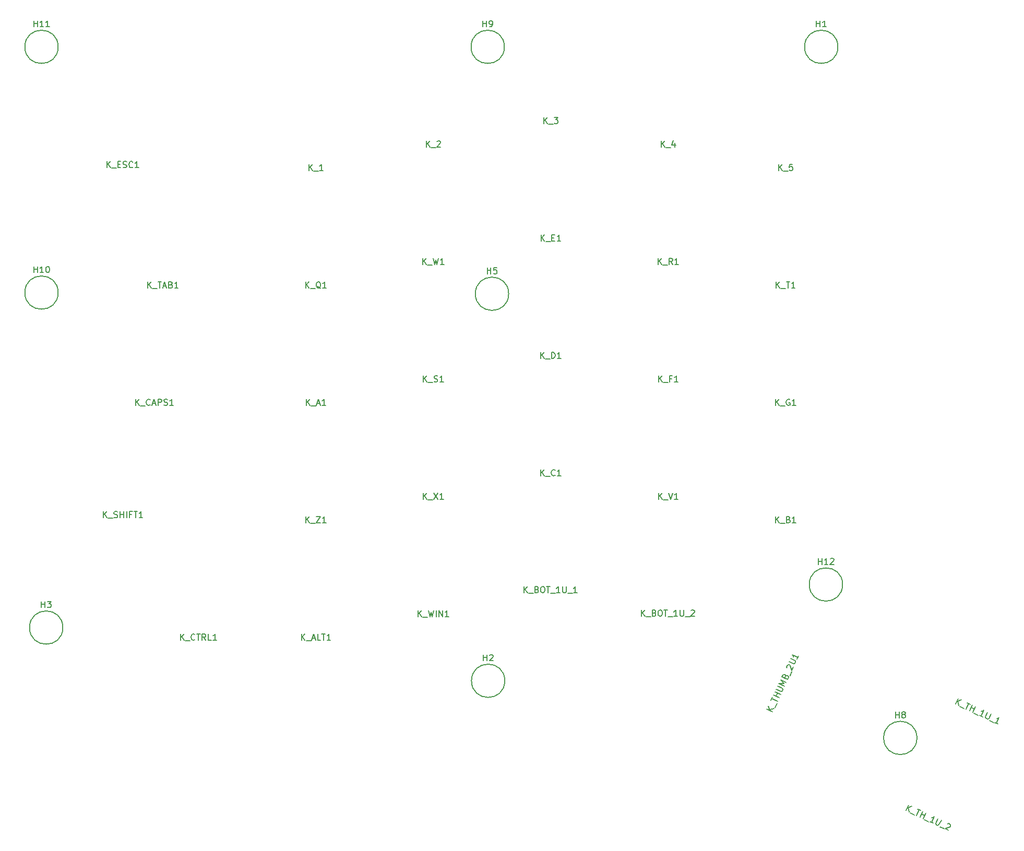
<source format=gbr>
G04 #@! TF.GenerationSoftware,KiCad,Pcbnew,(5.1.5)-3*
G04 #@! TF.CreationDate,2020-01-18T12:47:07+05:30*
G04 #@! TF.ProjectId,ergocape,6572676f-6361-4706-952e-6b696361645f,rev?*
G04 #@! TF.SameCoordinates,Original*
G04 #@! TF.FileFunction,Other,Comment*
%FSLAX46Y46*%
G04 Gerber Fmt 4.6, Leading zero omitted, Abs format (unit mm)*
G04 Created by KiCad (PCBNEW (5.1.5)-3) date 2020-01-18 12:47:07*
%MOMM*%
%LPD*%
G04 APERTURE LIST*
%ADD10C,0.150000*%
G04 APERTURE END LIST*
D10*
X170086000Y-107823000D02*
G75*
G03X170086000Y-107823000I-2700000J0D01*
G01*
X42832000Y-20574000D02*
G75*
G03X42832000Y-20574000I-2700000J0D01*
G01*
X42832000Y-60452000D02*
G75*
G03X42832000Y-60452000I-2700000J0D01*
G01*
X115222000Y-20574000D02*
G75*
G03X115222000Y-20574000I-2700000J0D01*
G01*
X182151000Y-132715000D02*
G75*
G03X182151000Y-132715000I-2700000J0D01*
G01*
X115920000Y-60642500D02*
G75*
G03X115920000Y-60642500I-2700000J0D01*
G01*
X43594000Y-114808000D02*
G75*
G03X43594000Y-114808000I-2700000J0D01*
G01*
X115286000Y-123444000D02*
G75*
G03X115286000Y-123444000I-2700000J0D01*
G01*
X169324000Y-20574000D02*
G75*
G03X169324000Y-20574000I-2700000J0D01*
G01*
X50742957Y-40178149D02*
X50742957Y-39178149D01*
X51314386Y-40178149D02*
X50885815Y-39606721D01*
X51314386Y-39178149D02*
X50742957Y-39749578D01*
X51504862Y-40273388D02*
X52266767Y-40273388D01*
X52504862Y-39654340D02*
X52838196Y-39654340D01*
X52981053Y-40178149D02*
X52504862Y-40178149D01*
X52504862Y-39178149D01*
X52981053Y-39178149D01*
X53362005Y-40130530D02*
X53504862Y-40178149D01*
X53742957Y-40178149D01*
X53838196Y-40130530D01*
X53885815Y-40082911D01*
X53933434Y-39987673D01*
X53933434Y-39892435D01*
X53885815Y-39797197D01*
X53838196Y-39749578D01*
X53742957Y-39701959D01*
X53552481Y-39654340D01*
X53457243Y-39606721D01*
X53409624Y-39559102D01*
X53362005Y-39463864D01*
X53362005Y-39368626D01*
X53409624Y-39273388D01*
X53457243Y-39225769D01*
X53552481Y-39178149D01*
X53790577Y-39178149D01*
X53933434Y-39225769D01*
X54933434Y-40082911D02*
X54885815Y-40130530D01*
X54742957Y-40178149D01*
X54647719Y-40178149D01*
X54504862Y-40130530D01*
X54409624Y-40035292D01*
X54362005Y-39940054D01*
X54314386Y-39749578D01*
X54314386Y-39606721D01*
X54362005Y-39416245D01*
X54409624Y-39321007D01*
X54504862Y-39225769D01*
X54647719Y-39178149D01*
X54742957Y-39178149D01*
X54885815Y-39225769D01*
X54933434Y-39273388D01*
X55885815Y-40178149D02*
X55314386Y-40178149D01*
X55600100Y-40178149D02*
X55600100Y-39178149D01*
X55504862Y-39321007D01*
X55409624Y-39416245D01*
X55314386Y-39463864D01*
X166147904Y-104575380D02*
X166147904Y-103575380D01*
X166147904Y-104051571D02*
X166719333Y-104051571D01*
X166719333Y-104575380D02*
X166719333Y-103575380D01*
X167719333Y-104575380D02*
X167147904Y-104575380D01*
X167433619Y-104575380D02*
X167433619Y-103575380D01*
X167338380Y-103718238D01*
X167243142Y-103813476D01*
X167147904Y-103861095D01*
X168100285Y-103670619D02*
X168147904Y-103623000D01*
X168243142Y-103575380D01*
X168481238Y-103575380D01*
X168576476Y-103623000D01*
X168624095Y-103670619D01*
X168671714Y-103765857D01*
X168671714Y-103861095D01*
X168624095Y-104003952D01*
X168052666Y-104575380D01*
X168671714Y-104575380D01*
X38893904Y-17326380D02*
X38893904Y-16326380D01*
X38893904Y-16802571D02*
X39465333Y-16802571D01*
X39465333Y-17326380D02*
X39465333Y-16326380D01*
X40465333Y-17326380D02*
X39893904Y-17326380D01*
X40179619Y-17326380D02*
X40179619Y-16326380D01*
X40084380Y-16469238D01*
X39989142Y-16564476D01*
X39893904Y-16612095D01*
X41417714Y-17326380D02*
X40846285Y-17326380D01*
X41132000Y-17326380D02*
X41132000Y-16326380D01*
X41036761Y-16469238D01*
X40941523Y-16564476D01*
X40846285Y-16612095D01*
X38893904Y-57204380D02*
X38893904Y-56204380D01*
X38893904Y-56680571D02*
X39465333Y-56680571D01*
X39465333Y-57204380D02*
X39465333Y-56204380D01*
X40465333Y-57204380D02*
X39893904Y-57204380D01*
X40179619Y-57204380D02*
X40179619Y-56204380D01*
X40084380Y-56347238D01*
X39989142Y-56442476D01*
X39893904Y-56490095D01*
X41084380Y-56204380D02*
X41179619Y-56204380D01*
X41274857Y-56252000D01*
X41322476Y-56299619D01*
X41370095Y-56394857D01*
X41417714Y-56585333D01*
X41417714Y-56823428D01*
X41370095Y-57013904D01*
X41322476Y-57109142D01*
X41274857Y-57156761D01*
X41179619Y-57204380D01*
X41084380Y-57204380D01*
X40989142Y-57156761D01*
X40941523Y-57109142D01*
X40893904Y-57013904D01*
X40846285Y-56823428D01*
X40846285Y-56585333D01*
X40893904Y-56394857D01*
X40941523Y-56299619D01*
X40989142Y-56252000D01*
X41084380Y-56204380D01*
X111760095Y-17326380D02*
X111760095Y-16326380D01*
X111760095Y-16802571D02*
X112331523Y-16802571D01*
X112331523Y-17326380D02*
X112331523Y-16326380D01*
X112855333Y-17326380D02*
X113045809Y-17326380D01*
X113141047Y-17278761D01*
X113188666Y-17231142D01*
X113283904Y-17088285D01*
X113331523Y-16897809D01*
X113331523Y-16516857D01*
X113283904Y-16421619D01*
X113236285Y-16374000D01*
X113141047Y-16326380D01*
X112950571Y-16326380D01*
X112855333Y-16374000D01*
X112807714Y-16421619D01*
X112760095Y-16516857D01*
X112760095Y-16754952D01*
X112807714Y-16850190D01*
X112855333Y-16897809D01*
X112950571Y-16945428D01*
X113141047Y-16945428D01*
X113236285Y-16897809D01*
X113283904Y-16850190D01*
X113331523Y-16754952D01*
X178689095Y-129467380D02*
X178689095Y-128467380D01*
X178689095Y-128943571D02*
X179260523Y-128943571D01*
X179260523Y-129467380D02*
X179260523Y-128467380D01*
X179879571Y-128895952D02*
X179784333Y-128848333D01*
X179736714Y-128800714D01*
X179689095Y-128705476D01*
X179689095Y-128657857D01*
X179736714Y-128562619D01*
X179784333Y-128515000D01*
X179879571Y-128467380D01*
X180070047Y-128467380D01*
X180165285Y-128515000D01*
X180212904Y-128562619D01*
X180260523Y-128657857D01*
X180260523Y-128705476D01*
X180212904Y-128800714D01*
X180165285Y-128848333D01*
X180070047Y-128895952D01*
X179879571Y-128895952D01*
X179784333Y-128943571D01*
X179736714Y-128991190D01*
X179689095Y-129086428D01*
X179689095Y-129276904D01*
X179736714Y-129372142D01*
X179784333Y-129419761D01*
X179879571Y-129467380D01*
X180070047Y-129467380D01*
X180165285Y-129419761D01*
X180212904Y-129372142D01*
X180260523Y-129276904D01*
X180260523Y-129086428D01*
X180212904Y-128991190D01*
X180165285Y-128943571D01*
X180070047Y-128895952D01*
X112458095Y-57394880D02*
X112458095Y-56394880D01*
X112458095Y-56871071D02*
X113029523Y-56871071D01*
X113029523Y-57394880D02*
X113029523Y-56394880D01*
X113981904Y-56394880D02*
X113505714Y-56394880D01*
X113458095Y-56871071D01*
X113505714Y-56823452D01*
X113600952Y-56775833D01*
X113839047Y-56775833D01*
X113934285Y-56823452D01*
X113981904Y-56871071D01*
X114029523Y-56966309D01*
X114029523Y-57204404D01*
X113981904Y-57299642D01*
X113934285Y-57347261D01*
X113839047Y-57394880D01*
X113600952Y-57394880D01*
X113505714Y-57347261D01*
X113458095Y-57299642D01*
X40132095Y-111560380D02*
X40132095Y-110560380D01*
X40132095Y-111036571D02*
X40703523Y-111036571D01*
X40703523Y-111560380D02*
X40703523Y-110560380D01*
X41084476Y-110560380D02*
X41703523Y-110560380D01*
X41370190Y-110941333D01*
X41513047Y-110941333D01*
X41608285Y-110988952D01*
X41655904Y-111036571D01*
X41703523Y-111131809D01*
X41703523Y-111369904D01*
X41655904Y-111465142D01*
X41608285Y-111512761D01*
X41513047Y-111560380D01*
X41227333Y-111560380D01*
X41132095Y-111512761D01*
X41084476Y-111465142D01*
X111824095Y-120196380D02*
X111824095Y-119196380D01*
X111824095Y-119672571D02*
X112395523Y-119672571D01*
X112395523Y-120196380D02*
X112395523Y-119196380D01*
X112824095Y-119291619D02*
X112871714Y-119244000D01*
X112966952Y-119196380D01*
X113205047Y-119196380D01*
X113300285Y-119244000D01*
X113347904Y-119291619D01*
X113395523Y-119386857D01*
X113395523Y-119482095D01*
X113347904Y-119624952D01*
X112776476Y-120196380D01*
X113395523Y-120196380D01*
X165862095Y-17326380D02*
X165862095Y-16326380D01*
X165862095Y-16802571D02*
X166433523Y-16802571D01*
X166433523Y-17326380D02*
X166433523Y-16326380D01*
X167433523Y-17326380D02*
X166862095Y-17326380D01*
X167147809Y-17326380D02*
X167147809Y-16326380D01*
X167052571Y-16469238D01*
X166957333Y-16564476D01*
X166862095Y-16612095D01*
X83518452Y-40639880D02*
X83518452Y-39639880D01*
X84089880Y-40639880D02*
X83661309Y-40068452D01*
X84089880Y-39639880D02*
X83518452Y-40211309D01*
X84280357Y-40735119D02*
X85042261Y-40735119D01*
X85804166Y-40639880D02*
X85232738Y-40639880D01*
X85518452Y-40639880D02*
X85518452Y-39639880D01*
X85423214Y-39782738D01*
X85327976Y-39877976D01*
X85232738Y-39925595D01*
X102568952Y-36829880D02*
X102568952Y-35829880D01*
X103140380Y-36829880D02*
X102711809Y-36258452D01*
X103140380Y-35829880D02*
X102568952Y-36401309D01*
X103330857Y-36925119D02*
X104092761Y-36925119D01*
X104283238Y-35925119D02*
X104330857Y-35877500D01*
X104426095Y-35829880D01*
X104664190Y-35829880D01*
X104759428Y-35877500D01*
X104807047Y-35925119D01*
X104854666Y-36020357D01*
X104854666Y-36115595D01*
X104807047Y-36258452D01*
X104235619Y-36829880D01*
X104854666Y-36829880D01*
X121618952Y-33019880D02*
X121618952Y-32019880D01*
X122190380Y-33019880D02*
X121761809Y-32448452D01*
X122190380Y-32019880D02*
X121618952Y-32591309D01*
X122380857Y-33115119D02*
X123142761Y-33115119D01*
X123285619Y-32019880D02*
X123904666Y-32019880D01*
X123571333Y-32400833D01*
X123714190Y-32400833D01*
X123809428Y-32448452D01*
X123857047Y-32496071D01*
X123904666Y-32591309D01*
X123904666Y-32829404D01*
X123857047Y-32924642D01*
X123809428Y-32972261D01*
X123714190Y-33019880D01*
X123428476Y-33019880D01*
X123333238Y-32972261D01*
X123285619Y-32924642D01*
X140668952Y-36829880D02*
X140668952Y-35829880D01*
X141240380Y-36829880D02*
X140811809Y-36258452D01*
X141240380Y-35829880D02*
X140668952Y-36401309D01*
X141430857Y-36925119D02*
X142192761Y-36925119D01*
X142859428Y-36163214D02*
X142859428Y-36829880D01*
X142621333Y-35782261D02*
X142383238Y-36496547D01*
X143002285Y-36496547D01*
X159718952Y-40639880D02*
X159718952Y-39639880D01*
X160290380Y-40639880D02*
X159861809Y-40068452D01*
X160290380Y-39639880D02*
X159718952Y-40211309D01*
X160480857Y-40735119D02*
X161242761Y-40735119D01*
X161957047Y-39639880D02*
X161480857Y-39639880D01*
X161433238Y-40116071D01*
X161480857Y-40068452D01*
X161576095Y-40020833D01*
X161814190Y-40020833D01*
X161909428Y-40068452D01*
X161957047Y-40116071D01*
X162004666Y-40211309D01*
X162004666Y-40449404D01*
X161957047Y-40544642D01*
X161909428Y-40592261D01*
X161814190Y-40639880D01*
X161576095Y-40639880D01*
X161480857Y-40592261D01*
X161433238Y-40544642D01*
X83089880Y-78739880D02*
X83089880Y-77739880D01*
X83661309Y-78739880D02*
X83232738Y-78168452D01*
X83661309Y-77739880D02*
X83089880Y-78311309D01*
X83851785Y-78835119D02*
X84613690Y-78835119D01*
X84804166Y-78454166D02*
X85280357Y-78454166D01*
X84708928Y-78739880D02*
X85042261Y-77739880D01*
X85375595Y-78739880D01*
X86232738Y-78739880D02*
X85661309Y-78739880D01*
X85947023Y-78739880D02*
X85947023Y-77739880D01*
X85851785Y-77882738D01*
X85756547Y-77977976D01*
X85661309Y-78025595D01*
X82304166Y-116840380D02*
X82304166Y-115840380D01*
X82875595Y-116840380D02*
X82447023Y-116268952D01*
X82875595Y-115840380D02*
X82304166Y-116411809D01*
X83066071Y-116935619D02*
X83827976Y-116935619D01*
X84018452Y-116554666D02*
X84494642Y-116554666D01*
X83923214Y-116840380D02*
X84256547Y-115840380D01*
X84589880Y-116840380D01*
X85399404Y-116840380D02*
X84923214Y-116840380D01*
X84923214Y-115840380D01*
X85589880Y-115840380D02*
X86161309Y-115840380D01*
X85875595Y-116840380D02*
X85875595Y-115840380D01*
X87018452Y-116840380D02*
X86447023Y-116840380D01*
X86732738Y-116840380D02*
X86732738Y-115840380D01*
X86637500Y-115983238D01*
X86542261Y-116078476D01*
X86447023Y-116126095D01*
X159218952Y-97789880D02*
X159218952Y-96789880D01*
X159790380Y-97789880D02*
X159361809Y-97218452D01*
X159790380Y-96789880D02*
X159218952Y-97361309D01*
X159980857Y-97885119D02*
X160742761Y-97885119D01*
X161314190Y-97266071D02*
X161457047Y-97313690D01*
X161504666Y-97361309D01*
X161552285Y-97456547D01*
X161552285Y-97599404D01*
X161504666Y-97694642D01*
X161457047Y-97742261D01*
X161361809Y-97789880D01*
X160980857Y-97789880D01*
X160980857Y-96789880D01*
X161314190Y-96789880D01*
X161409428Y-96837500D01*
X161457047Y-96885119D01*
X161504666Y-96980357D01*
X161504666Y-97075595D01*
X161457047Y-97170833D01*
X161409428Y-97218452D01*
X161314190Y-97266071D01*
X160980857Y-97266071D01*
X162504666Y-97789880D02*
X161933238Y-97789880D01*
X162218952Y-97789880D02*
X162218952Y-96789880D01*
X162123714Y-96932738D01*
X162028476Y-97027976D01*
X161933238Y-97075595D01*
X118388285Y-109156380D02*
X118388285Y-108156380D01*
X118959714Y-109156380D02*
X118531142Y-108584952D01*
X118959714Y-108156380D02*
X118388285Y-108727809D01*
X119150190Y-109251619D02*
X119912095Y-109251619D01*
X120483523Y-108632571D02*
X120626380Y-108680190D01*
X120674000Y-108727809D01*
X120721619Y-108823047D01*
X120721619Y-108965904D01*
X120674000Y-109061142D01*
X120626380Y-109108761D01*
X120531142Y-109156380D01*
X120150190Y-109156380D01*
X120150190Y-108156380D01*
X120483523Y-108156380D01*
X120578761Y-108204000D01*
X120626380Y-108251619D01*
X120674000Y-108346857D01*
X120674000Y-108442095D01*
X120626380Y-108537333D01*
X120578761Y-108584952D01*
X120483523Y-108632571D01*
X120150190Y-108632571D01*
X121340666Y-108156380D02*
X121531142Y-108156380D01*
X121626380Y-108204000D01*
X121721619Y-108299238D01*
X121769238Y-108489714D01*
X121769238Y-108823047D01*
X121721619Y-109013523D01*
X121626380Y-109108761D01*
X121531142Y-109156380D01*
X121340666Y-109156380D01*
X121245428Y-109108761D01*
X121150190Y-109013523D01*
X121102571Y-108823047D01*
X121102571Y-108489714D01*
X121150190Y-108299238D01*
X121245428Y-108204000D01*
X121340666Y-108156380D01*
X122054952Y-108156380D02*
X122626380Y-108156380D01*
X122340666Y-109156380D02*
X122340666Y-108156380D01*
X122721619Y-109251619D02*
X123483523Y-109251619D01*
X124245428Y-109156380D02*
X123674000Y-109156380D01*
X123959714Y-109156380D02*
X123959714Y-108156380D01*
X123864476Y-108299238D01*
X123769238Y-108394476D01*
X123674000Y-108442095D01*
X124674000Y-108156380D02*
X124674000Y-108965904D01*
X124721619Y-109061142D01*
X124769238Y-109108761D01*
X124864476Y-109156380D01*
X125054952Y-109156380D01*
X125150190Y-109108761D01*
X125197809Y-109061142D01*
X125245428Y-108965904D01*
X125245428Y-108156380D01*
X125483523Y-109251619D02*
X126245428Y-109251619D01*
X127007333Y-109156380D02*
X126435904Y-109156380D01*
X126721619Y-109156380D02*
X126721619Y-108156380D01*
X126626380Y-108299238D01*
X126531142Y-108394476D01*
X126435904Y-108442095D01*
X137438285Y-112966380D02*
X137438285Y-111966380D01*
X138009714Y-112966380D02*
X137581142Y-112394952D01*
X138009714Y-111966380D02*
X137438285Y-112537809D01*
X138200190Y-113061619D02*
X138962095Y-113061619D01*
X139533523Y-112442571D02*
X139676380Y-112490190D01*
X139724000Y-112537809D01*
X139771619Y-112633047D01*
X139771619Y-112775904D01*
X139724000Y-112871142D01*
X139676380Y-112918761D01*
X139581142Y-112966380D01*
X139200190Y-112966380D01*
X139200190Y-111966380D01*
X139533523Y-111966380D01*
X139628761Y-112014000D01*
X139676380Y-112061619D01*
X139724000Y-112156857D01*
X139724000Y-112252095D01*
X139676380Y-112347333D01*
X139628761Y-112394952D01*
X139533523Y-112442571D01*
X139200190Y-112442571D01*
X140390666Y-111966380D02*
X140581142Y-111966380D01*
X140676380Y-112014000D01*
X140771619Y-112109238D01*
X140819238Y-112299714D01*
X140819238Y-112633047D01*
X140771619Y-112823523D01*
X140676380Y-112918761D01*
X140581142Y-112966380D01*
X140390666Y-112966380D01*
X140295428Y-112918761D01*
X140200190Y-112823523D01*
X140152571Y-112633047D01*
X140152571Y-112299714D01*
X140200190Y-112109238D01*
X140295428Y-112014000D01*
X140390666Y-111966380D01*
X141104952Y-111966380D02*
X141676380Y-111966380D01*
X141390666Y-112966380D02*
X141390666Y-111966380D01*
X141771619Y-113061619D02*
X142533523Y-113061619D01*
X143295428Y-112966380D02*
X142724000Y-112966380D01*
X143009714Y-112966380D02*
X143009714Y-111966380D01*
X142914476Y-112109238D01*
X142819238Y-112204476D01*
X142724000Y-112252095D01*
X143724000Y-111966380D02*
X143724000Y-112775904D01*
X143771619Y-112871142D01*
X143819238Y-112918761D01*
X143914476Y-112966380D01*
X144104952Y-112966380D01*
X144200190Y-112918761D01*
X144247809Y-112871142D01*
X144295428Y-112775904D01*
X144295428Y-111966380D01*
X144533523Y-113061619D02*
X145295428Y-113061619D01*
X145485904Y-112061619D02*
X145533523Y-112014000D01*
X145628761Y-111966380D01*
X145866857Y-111966380D01*
X145962095Y-112014000D01*
X146009714Y-112061619D01*
X146057333Y-112156857D01*
X146057333Y-112252095D01*
X146009714Y-112394952D01*
X145438285Y-112966380D01*
X146057333Y-112966380D01*
X121118952Y-90169880D02*
X121118952Y-89169880D01*
X121690380Y-90169880D02*
X121261809Y-89598452D01*
X121690380Y-89169880D02*
X121118952Y-89741309D01*
X121880857Y-90265119D02*
X122642761Y-90265119D01*
X123452285Y-90074642D02*
X123404666Y-90122261D01*
X123261809Y-90169880D01*
X123166571Y-90169880D01*
X123023714Y-90122261D01*
X122928476Y-90027023D01*
X122880857Y-89931785D01*
X122833238Y-89741309D01*
X122833238Y-89598452D01*
X122880857Y-89407976D01*
X122928476Y-89312738D01*
X123023714Y-89217500D01*
X123166571Y-89169880D01*
X123261809Y-89169880D01*
X123404666Y-89217500D01*
X123452285Y-89265119D01*
X124404666Y-90169880D02*
X123833238Y-90169880D01*
X124118952Y-90169880D02*
X124118952Y-89169880D01*
X124023714Y-89312738D01*
X123928476Y-89407976D01*
X123833238Y-89455595D01*
X55419990Y-78739880D02*
X55419990Y-77739880D01*
X55991419Y-78739880D02*
X55562847Y-78168452D01*
X55991419Y-77739880D02*
X55419990Y-78311309D01*
X56181895Y-78835119D02*
X56943800Y-78835119D01*
X57753323Y-78644642D02*
X57705704Y-78692261D01*
X57562847Y-78739880D01*
X57467609Y-78739880D01*
X57324752Y-78692261D01*
X57229514Y-78597023D01*
X57181895Y-78501785D01*
X57134276Y-78311309D01*
X57134276Y-78168452D01*
X57181895Y-77977976D01*
X57229514Y-77882738D01*
X57324752Y-77787500D01*
X57467609Y-77739880D01*
X57562847Y-77739880D01*
X57705704Y-77787500D01*
X57753323Y-77835119D01*
X58134276Y-78454166D02*
X58610466Y-78454166D01*
X58039038Y-78739880D02*
X58372371Y-77739880D01*
X58705704Y-78739880D01*
X59039038Y-78739880D02*
X59039038Y-77739880D01*
X59419990Y-77739880D01*
X59515228Y-77787500D01*
X59562847Y-77835119D01*
X59610466Y-77930357D01*
X59610466Y-78073214D01*
X59562847Y-78168452D01*
X59515228Y-78216071D01*
X59419990Y-78263690D01*
X59039038Y-78263690D01*
X59991419Y-78692261D02*
X60134276Y-78739880D01*
X60372371Y-78739880D01*
X60467609Y-78692261D01*
X60515228Y-78644642D01*
X60562847Y-78549404D01*
X60562847Y-78454166D01*
X60515228Y-78358928D01*
X60467609Y-78311309D01*
X60372371Y-78263690D01*
X60181895Y-78216071D01*
X60086657Y-78168452D01*
X60039038Y-78120833D01*
X59991419Y-78025595D01*
X59991419Y-77930357D01*
X60039038Y-77835119D01*
X60086657Y-77787500D01*
X60181895Y-77739880D01*
X60419990Y-77739880D01*
X60562847Y-77787500D01*
X61515228Y-78739880D02*
X60943800Y-78739880D01*
X61229514Y-78739880D02*
X61229514Y-77739880D01*
X61134276Y-77882738D01*
X61039038Y-77977976D01*
X60943800Y-78025595D01*
X62682738Y-116840380D02*
X62682738Y-115840380D01*
X63254166Y-116840380D02*
X62825595Y-116268952D01*
X63254166Y-115840380D02*
X62682738Y-116411809D01*
X63444642Y-116935619D02*
X64206547Y-116935619D01*
X65016071Y-116745142D02*
X64968452Y-116792761D01*
X64825595Y-116840380D01*
X64730357Y-116840380D01*
X64587500Y-116792761D01*
X64492261Y-116697523D01*
X64444642Y-116602285D01*
X64397023Y-116411809D01*
X64397023Y-116268952D01*
X64444642Y-116078476D01*
X64492261Y-115983238D01*
X64587500Y-115888000D01*
X64730357Y-115840380D01*
X64825595Y-115840380D01*
X64968452Y-115888000D01*
X65016071Y-115935619D01*
X65301785Y-115840380D02*
X65873214Y-115840380D01*
X65587500Y-116840380D02*
X65587500Y-115840380D01*
X66777976Y-116840380D02*
X66444642Y-116364190D01*
X66206547Y-116840380D02*
X66206547Y-115840380D01*
X66587500Y-115840380D01*
X66682738Y-115888000D01*
X66730357Y-115935619D01*
X66777976Y-116030857D01*
X66777976Y-116173714D01*
X66730357Y-116268952D01*
X66682738Y-116316571D01*
X66587500Y-116364190D01*
X66206547Y-116364190D01*
X67682738Y-116840380D02*
X67206547Y-116840380D01*
X67206547Y-115840380D01*
X68539880Y-116840380D02*
X67968452Y-116840380D01*
X68254166Y-116840380D02*
X68254166Y-115840380D01*
X68158928Y-115983238D01*
X68063690Y-116078476D01*
X67968452Y-116126095D01*
X121118952Y-71119880D02*
X121118952Y-70119880D01*
X121690380Y-71119880D02*
X121261809Y-70548452D01*
X121690380Y-70119880D02*
X121118952Y-70691309D01*
X121880857Y-71215119D02*
X122642761Y-71215119D01*
X122880857Y-71119880D02*
X122880857Y-70119880D01*
X123118952Y-70119880D01*
X123261809Y-70167500D01*
X123357047Y-70262738D01*
X123404666Y-70357976D01*
X123452285Y-70548452D01*
X123452285Y-70691309D01*
X123404666Y-70881785D01*
X123357047Y-70977023D01*
X123261809Y-71072261D01*
X123118952Y-71119880D01*
X122880857Y-71119880D01*
X124404666Y-71119880D02*
X123833238Y-71119880D01*
X124118952Y-71119880D02*
X124118952Y-70119880D01*
X124023714Y-70262738D01*
X123928476Y-70357976D01*
X123833238Y-70405595D01*
X121166571Y-52069880D02*
X121166571Y-51069880D01*
X121738000Y-52069880D02*
X121309428Y-51498452D01*
X121738000Y-51069880D02*
X121166571Y-51641309D01*
X121928476Y-52165119D02*
X122690380Y-52165119D01*
X122928476Y-51546071D02*
X123261809Y-51546071D01*
X123404666Y-52069880D02*
X122928476Y-52069880D01*
X122928476Y-51069880D01*
X123404666Y-51069880D01*
X124357047Y-52069880D02*
X123785619Y-52069880D01*
X124071333Y-52069880D02*
X124071333Y-51069880D01*
X123976095Y-51212738D01*
X123880857Y-51307976D01*
X123785619Y-51355595D01*
X140240380Y-74929880D02*
X140240380Y-73929880D01*
X140811809Y-74929880D02*
X140383238Y-74358452D01*
X140811809Y-73929880D02*
X140240380Y-74501309D01*
X141002285Y-75025119D02*
X141764190Y-75025119D01*
X142335619Y-74406071D02*
X142002285Y-74406071D01*
X142002285Y-74929880D02*
X142002285Y-73929880D01*
X142478476Y-73929880D01*
X143383238Y-74929880D02*
X142811809Y-74929880D01*
X143097523Y-74929880D02*
X143097523Y-73929880D01*
X143002285Y-74072738D01*
X142907047Y-74167976D01*
X142811809Y-74215595D01*
X159218952Y-78739880D02*
X159218952Y-77739880D01*
X159790380Y-78739880D02*
X159361809Y-78168452D01*
X159790380Y-77739880D02*
X159218952Y-78311309D01*
X159980857Y-78835119D02*
X160742761Y-78835119D01*
X161504666Y-77787500D02*
X161409428Y-77739880D01*
X161266571Y-77739880D01*
X161123714Y-77787500D01*
X161028476Y-77882738D01*
X160980857Y-77977976D01*
X160933238Y-78168452D01*
X160933238Y-78311309D01*
X160980857Y-78501785D01*
X161028476Y-78597023D01*
X161123714Y-78692261D01*
X161266571Y-78739880D01*
X161361809Y-78739880D01*
X161504666Y-78692261D01*
X161552285Y-78644642D01*
X161552285Y-78311309D01*
X161361809Y-78311309D01*
X162504666Y-78739880D02*
X161933238Y-78739880D01*
X162218952Y-78739880D02*
X162218952Y-77739880D01*
X162123714Y-77882738D01*
X162028476Y-77977976D01*
X161933238Y-78025595D01*
X82994642Y-59689880D02*
X82994642Y-58689880D01*
X83566071Y-59689880D02*
X83137500Y-59118452D01*
X83566071Y-58689880D02*
X82994642Y-59261309D01*
X83756547Y-59785119D02*
X84518452Y-59785119D01*
X85423214Y-59785119D02*
X85327976Y-59737500D01*
X85232738Y-59642261D01*
X85089880Y-59499404D01*
X84994642Y-59451785D01*
X84899404Y-59451785D01*
X84947023Y-59689880D02*
X84851785Y-59642261D01*
X84756547Y-59547023D01*
X84708928Y-59356547D01*
X84708928Y-59023214D01*
X84756547Y-58832738D01*
X84851785Y-58737500D01*
X84947023Y-58689880D01*
X85137500Y-58689880D01*
X85232738Y-58737500D01*
X85327976Y-58832738D01*
X85375595Y-59023214D01*
X85375595Y-59356547D01*
X85327976Y-59547023D01*
X85232738Y-59642261D01*
X85137500Y-59689880D01*
X84947023Y-59689880D01*
X86327976Y-59689880D02*
X85756547Y-59689880D01*
X86042261Y-59689880D02*
X86042261Y-58689880D01*
X85947023Y-58832738D01*
X85851785Y-58927976D01*
X85756547Y-58975595D01*
X140168952Y-55879880D02*
X140168952Y-54879880D01*
X140740380Y-55879880D02*
X140311809Y-55308452D01*
X140740380Y-54879880D02*
X140168952Y-55451309D01*
X140930857Y-55975119D02*
X141692761Y-55975119D01*
X142502285Y-55879880D02*
X142168952Y-55403690D01*
X141930857Y-55879880D02*
X141930857Y-54879880D01*
X142311809Y-54879880D01*
X142407047Y-54927500D01*
X142454666Y-54975119D01*
X142502285Y-55070357D01*
X142502285Y-55213214D01*
X142454666Y-55308452D01*
X142407047Y-55356071D01*
X142311809Y-55403690D01*
X141930857Y-55403690D01*
X143454666Y-55879880D02*
X142883238Y-55879880D01*
X143168952Y-55879880D02*
X143168952Y-54879880D01*
X143073714Y-55022738D01*
X142978476Y-55117976D01*
X142883238Y-55165595D01*
X102092761Y-74929880D02*
X102092761Y-73929880D01*
X102664190Y-74929880D02*
X102235619Y-74358452D01*
X102664190Y-73929880D02*
X102092761Y-74501309D01*
X102854666Y-75025119D02*
X103616571Y-75025119D01*
X103807047Y-74882261D02*
X103949904Y-74929880D01*
X104188000Y-74929880D01*
X104283238Y-74882261D01*
X104330857Y-74834642D01*
X104378476Y-74739404D01*
X104378476Y-74644166D01*
X104330857Y-74548928D01*
X104283238Y-74501309D01*
X104188000Y-74453690D01*
X103997523Y-74406071D01*
X103902285Y-74358452D01*
X103854666Y-74310833D01*
X103807047Y-74215595D01*
X103807047Y-74120357D01*
X103854666Y-74025119D01*
X103902285Y-73977500D01*
X103997523Y-73929880D01*
X104235619Y-73929880D01*
X104378476Y-73977500D01*
X105330857Y-74929880D02*
X104759428Y-74929880D01*
X105045142Y-74929880D02*
X105045142Y-73929880D01*
X104949904Y-74072738D01*
X104854666Y-74167976D01*
X104759428Y-74215595D01*
X159338000Y-59689880D02*
X159338000Y-58689880D01*
X159909428Y-59689880D02*
X159480857Y-59118452D01*
X159909428Y-58689880D02*
X159338000Y-59261309D01*
X160099904Y-59785119D02*
X160861809Y-59785119D01*
X160957047Y-58689880D02*
X161528476Y-58689880D01*
X161242761Y-59689880D02*
X161242761Y-58689880D01*
X162385619Y-59689880D02*
X161814190Y-59689880D01*
X162099904Y-59689880D02*
X162099904Y-58689880D01*
X162004666Y-58832738D01*
X161909428Y-58927976D01*
X161814190Y-58975595D01*
X57396428Y-59689880D02*
X57396428Y-58689880D01*
X57967857Y-59689880D02*
X57539285Y-59118452D01*
X57967857Y-58689880D02*
X57396428Y-59261309D01*
X58158333Y-59785119D02*
X58920238Y-59785119D01*
X59015476Y-58689880D02*
X59586904Y-58689880D01*
X59301190Y-59689880D02*
X59301190Y-58689880D01*
X59872619Y-59404166D02*
X60348809Y-59404166D01*
X59777380Y-59689880D02*
X60110714Y-58689880D01*
X60444047Y-59689880D01*
X61110714Y-59166071D02*
X61253571Y-59213690D01*
X61301190Y-59261309D01*
X61348809Y-59356547D01*
X61348809Y-59499404D01*
X61301190Y-59594642D01*
X61253571Y-59642261D01*
X61158333Y-59689880D01*
X60777380Y-59689880D01*
X60777380Y-58689880D01*
X61110714Y-58689880D01*
X61205952Y-58737500D01*
X61253571Y-58785119D01*
X61301190Y-58880357D01*
X61301190Y-58975595D01*
X61253571Y-59070833D01*
X61205952Y-59118452D01*
X61110714Y-59166071D01*
X60777380Y-59166071D01*
X62301190Y-59689880D02*
X61729761Y-59689880D01*
X62015476Y-59689880D02*
X62015476Y-58689880D01*
X61920238Y-58832738D01*
X61825000Y-58927976D01*
X61729761Y-58975595D01*
X188418638Y-127217547D02*
X188841256Y-126311239D01*
X188936528Y-127459043D02*
X188789606Y-126760031D01*
X189359146Y-126552735D02*
X188599760Y-126829129D01*
X189068909Y-127625857D02*
X189759429Y-127947852D01*
X190308611Y-126995478D02*
X190826502Y-127236974D01*
X190144938Y-128022534D02*
X190567557Y-127116226D01*
X190705986Y-128284155D02*
X191128604Y-127377847D01*
X190927357Y-127809422D02*
X191445248Y-128050918D01*
X191223876Y-128525651D02*
X191646494Y-127619343D01*
X191399414Y-128712589D02*
X192089935Y-129034584D01*
X192820704Y-129270264D02*
X192302814Y-129028768D01*
X192561759Y-129149516D02*
X192984377Y-128243208D01*
X192837688Y-128332431D01*
X192711124Y-128378497D01*
X192604684Y-128381405D01*
X193631740Y-128545078D02*
X193289620Y-129278756D01*
X193292529Y-129385196D01*
X193315561Y-129448478D01*
X193381752Y-129531885D01*
X193554382Y-129612384D01*
X193660822Y-129609476D01*
X193724104Y-129586443D01*
X193807511Y-129520252D01*
X194149630Y-128786575D01*
X193902550Y-129879821D02*
X194593070Y-130201816D01*
X195323840Y-130437496D02*
X194805950Y-130195999D01*
X195064895Y-130316747D02*
X195487513Y-129410440D01*
X195340824Y-129499663D01*
X195214260Y-129545729D01*
X195107820Y-129548637D01*
X180368638Y-144482547D02*
X180791256Y-143576239D01*
X180886528Y-144724043D02*
X180739606Y-144025031D01*
X181309146Y-143817735D02*
X180549760Y-144094129D01*
X181018909Y-144890857D02*
X181709429Y-145212852D01*
X182258611Y-144260478D02*
X182776502Y-144501974D01*
X182094938Y-145287534D02*
X182517557Y-144381226D01*
X182655986Y-145549155D02*
X183078604Y-144642847D01*
X182877357Y-145074422D02*
X183395248Y-145315918D01*
X183173876Y-145790651D02*
X183596494Y-144884343D01*
X183349414Y-145977589D02*
X184039935Y-146299584D01*
X184770704Y-146535264D02*
X184252814Y-146293768D01*
X184511759Y-146414516D02*
X184934377Y-145508208D01*
X184787688Y-145597431D01*
X184661124Y-145643497D01*
X184554684Y-145646405D01*
X185581740Y-145810078D02*
X185239620Y-146543756D01*
X185242529Y-146650196D01*
X185265561Y-146713478D01*
X185331752Y-146796885D01*
X185504382Y-146877384D01*
X185610822Y-146874476D01*
X185674104Y-146851443D01*
X185757511Y-146785252D01*
X186099630Y-146051575D01*
X185852550Y-147144821D02*
X186543070Y-147466816D01*
X187138319Y-146641007D02*
X187201601Y-146617974D01*
X187308041Y-146615066D01*
X187523828Y-146715689D01*
X187590018Y-146799096D01*
X187613051Y-146862378D01*
X187615959Y-146968818D01*
X187575710Y-147055133D01*
X187472179Y-147164481D01*
X186712792Y-147440875D01*
X187273840Y-147702496D01*
X140240380Y-93979880D02*
X140240380Y-92979880D01*
X140811809Y-93979880D02*
X140383238Y-93408452D01*
X140811809Y-92979880D02*
X140240380Y-93551309D01*
X141002285Y-94075119D02*
X141764190Y-94075119D01*
X141859428Y-92979880D02*
X142192761Y-93979880D01*
X142526095Y-92979880D01*
X143383238Y-93979880D02*
X142811809Y-93979880D01*
X143097523Y-93979880D02*
X143097523Y-92979880D01*
X143002285Y-93122738D01*
X142907047Y-93217976D01*
X142811809Y-93265595D01*
X101997523Y-55879880D02*
X101997523Y-54879880D01*
X102568952Y-55879880D02*
X102140380Y-55308452D01*
X102568952Y-54879880D02*
X101997523Y-55451309D01*
X102759428Y-55975119D02*
X103521333Y-55975119D01*
X103664190Y-54879880D02*
X103902285Y-55879880D01*
X104092761Y-55165595D01*
X104283238Y-55879880D01*
X104521333Y-54879880D01*
X105426095Y-55879880D02*
X104854666Y-55879880D01*
X105140380Y-55879880D02*
X105140380Y-54879880D01*
X105045142Y-55022738D01*
X104949904Y-55117976D01*
X104854666Y-55165595D01*
X101235619Y-113030380D02*
X101235619Y-112030380D01*
X101807047Y-113030380D02*
X101378476Y-112458952D01*
X101807047Y-112030380D02*
X101235619Y-112601809D01*
X101997523Y-113125619D02*
X102759428Y-113125619D01*
X102902285Y-112030380D02*
X103140380Y-113030380D01*
X103330857Y-112316095D01*
X103521333Y-113030380D01*
X103759428Y-112030380D01*
X104140380Y-113030380D02*
X104140380Y-112030380D01*
X104616571Y-113030380D02*
X104616571Y-112030380D01*
X105188000Y-113030380D01*
X105188000Y-112030380D01*
X106188000Y-113030380D02*
X105616571Y-113030380D01*
X105902285Y-113030380D02*
X105902285Y-112030380D01*
X105807047Y-112173238D01*
X105711809Y-112268476D01*
X105616571Y-112316095D01*
X102092761Y-93979880D02*
X102092761Y-92979880D01*
X102664190Y-93979880D02*
X102235619Y-93408452D01*
X102664190Y-92979880D02*
X102092761Y-93551309D01*
X102854666Y-94075119D02*
X103616571Y-94075119D01*
X103759428Y-92979880D02*
X104426095Y-93979880D01*
X104426095Y-92979880D02*
X103759428Y-93979880D01*
X105330857Y-93979880D02*
X104759428Y-93979880D01*
X105045142Y-93979880D02*
X105045142Y-92979880D01*
X104949904Y-93122738D01*
X104854666Y-93217976D01*
X104759428Y-93265595D01*
X83042261Y-97789880D02*
X83042261Y-96789880D01*
X83613690Y-97789880D02*
X83185119Y-97218452D01*
X83613690Y-96789880D02*
X83042261Y-97361309D01*
X83804166Y-97885119D02*
X84566071Y-97885119D01*
X84708928Y-96789880D02*
X85375595Y-96789880D01*
X84708928Y-97789880D01*
X85375595Y-97789880D01*
X86280357Y-97789880D02*
X85708928Y-97789880D01*
X85994642Y-97789880D02*
X85994642Y-96789880D01*
X85899404Y-96932738D01*
X85804166Y-97027976D01*
X85708928Y-97075595D01*
X158713935Y-128468779D02*
X157807627Y-128046161D01*
X158955431Y-127950889D02*
X158256418Y-128097810D01*
X158049123Y-127528270D02*
X158325517Y-128287657D01*
X159122244Y-127818508D02*
X159444239Y-127127988D01*
X158491866Y-126578805D02*
X158733362Y-126060915D01*
X159518922Y-126742478D02*
X158612614Y-126319860D01*
X159780543Y-126181431D02*
X158874235Y-125758812D01*
X159305810Y-125960059D02*
X159547306Y-125442169D01*
X160022039Y-125663540D02*
X159115731Y-125240922D01*
X159316978Y-124809347D02*
X160050655Y-125151467D01*
X160157095Y-125148558D01*
X160220377Y-125125526D01*
X160303784Y-125059335D01*
X160384283Y-124886705D01*
X160381375Y-124780266D01*
X160358342Y-124716983D01*
X160292152Y-124633576D01*
X159558474Y-124291457D01*
X160666028Y-124282500D02*
X159759721Y-123859882D01*
X160547956Y-123859649D01*
X160041466Y-123255677D01*
X160947774Y-123678295D01*
X160815161Y-122723246D02*
X160918692Y-122613898D01*
X160981975Y-122590865D01*
X161088414Y-122587957D01*
X161217887Y-122648331D01*
X161284077Y-122731738D01*
X161307110Y-122795020D01*
X161310018Y-122901460D01*
X161149021Y-123246720D01*
X160242713Y-122824101D01*
X160383586Y-122521999D01*
X160466993Y-122455809D01*
X160530275Y-122432776D01*
X160636714Y-122429868D01*
X160723030Y-122470117D01*
X160789220Y-122553524D01*
X160812253Y-122616806D01*
X160815161Y-122723246D01*
X160674288Y-123025348D01*
X161557331Y-122596449D02*
X161879326Y-121905929D01*
X161053516Y-121310680D02*
X161030484Y-121247398D01*
X161027575Y-121140958D01*
X161128199Y-120925171D01*
X161211606Y-120858981D01*
X161274888Y-120835948D01*
X161381328Y-120833040D01*
X161467643Y-120873289D01*
X161576991Y-120976820D01*
X161853385Y-121736207D01*
X162115005Y-121175159D01*
X161389820Y-120364123D02*
X162123497Y-120706243D01*
X162229937Y-120703335D01*
X162293219Y-120680302D01*
X162376626Y-120614111D01*
X162457125Y-120441481D01*
X162454217Y-120335042D01*
X162431184Y-120271759D01*
X162364994Y-120188353D01*
X161631316Y-119846233D01*
X162960242Y-119362544D02*
X162718746Y-119880434D01*
X162839494Y-119621489D02*
X161933186Y-119198870D01*
X162022409Y-119345559D01*
X162068475Y-119472124D01*
X162071383Y-119578563D01*
X50173333Y-96972380D02*
X50173333Y-95972380D01*
X50744761Y-96972380D02*
X50316190Y-96400952D01*
X50744761Y-95972380D02*
X50173333Y-96543809D01*
X50935238Y-97067619D02*
X51697142Y-97067619D01*
X51887619Y-96924761D02*
X52030476Y-96972380D01*
X52268571Y-96972380D01*
X52363809Y-96924761D01*
X52411428Y-96877142D01*
X52459047Y-96781904D01*
X52459047Y-96686666D01*
X52411428Y-96591428D01*
X52363809Y-96543809D01*
X52268571Y-96496190D01*
X52078095Y-96448571D01*
X51982857Y-96400952D01*
X51935238Y-96353333D01*
X51887619Y-96258095D01*
X51887619Y-96162857D01*
X51935238Y-96067619D01*
X51982857Y-96020000D01*
X52078095Y-95972380D01*
X52316190Y-95972380D01*
X52459047Y-96020000D01*
X52887619Y-96972380D02*
X52887619Y-95972380D01*
X52887619Y-96448571D02*
X53459047Y-96448571D01*
X53459047Y-96972380D02*
X53459047Y-95972380D01*
X53935238Y-96972380D02*
X53935238Y-95972380D01*
X54744761Y-96448571D02*
X54411428Y-96448571D01*
X54411428Y-96972380D02*
X54411428Y-95972380D01*
X54887619Y-95972380D01*
X55125714Y-95972380D02*
X55697142Y-95972380D01*
X55411428Y-96972380D02*
X55411428Y-95972380D01*
X56554285Y-96972380D02*
X55982857Y-96972380D01*
X56268571Y-96972380D02*
X56268571Y-95972380D01*
X56173333Y-96115238D01*
X56078095Y-96210476D01*
X55982857Y-96258095D01*
M02*

</source>
